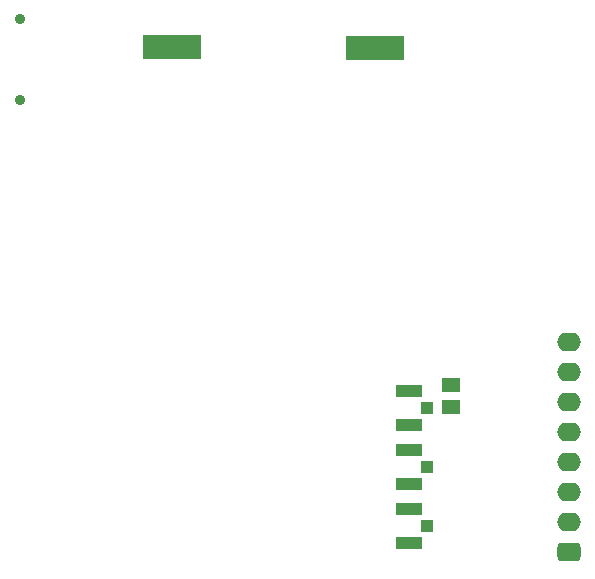
<source format=gbr>
G04*
G04 #@! TF.GenerationSoftware,Altium Limited,Altium Designer,25.8.1 (18)*
G04*
G04 Layer_Color=255*
%FSLAX25Y25*%
%MOIN*%
G70*
G04*
G04 #@! TF.SameCoordinates,A86E57CF-C6E6-4710-AEDF-4A901DF70E31*
G04*
G04*
G04 #@! TF.FilePolarity,Positive*
G04*
G01*
G75*
%ADD21R,0.06299X0.05118*%
%ADD25R,0.19685X0.07874*%
%ADD28R,0.08661X0.04134*%
%ADD39R,0.04134X0.03937*%
%ADD43R,0.19685X0.07874*%
%ADD59C,0.03543*%
%ADD71O,0.07874X0.06299*%
G04:AMPARAMS|DCode=72|XSize=62.99mil|YSize=78.74mil|CornerRadius=15.75mil|HoleSize=0mil|Usage=FLASHONLY|Rotation=90.000|XOffset=0mil|YOffset=0mil|HoleType=Round|Shape=RoundedRectangle|*
%AMROUNDEDRECTD72*
21,1,0.06299,0.04724,0,0,90.0*
21,1,0.03150,0.07874,0,0,90.0*
1,1,0.03150,0.02362,0.01575*
1,1,0.03150,0.02362,-0.01575*
1,1,0.03150,-0.02362,-0.01575*
1,1,0.03150,-0.02362,0.01575*
%
%ADD72ROUNDEDRECTD72*%
D21*
X151575Y70669D02*
D03*
Y63189D02*
D03*
D25*
X126390Y182852D02*
D03*
D28*
X137795Y49114D02*
D03*
Y37500D02*
D03*
Y57185D02*
D03*
Y68799D02*
D03*
Y17815D02*
D03*
Y29429D02*
D03*
D39*
X143799Y43307D02*
D03*
Y23622D02*
D03*
Y62992D02*
D03*
D43*
X58650Y183289D02*
D03*
D59*
X7874Y165748D02*
D03*
Y192520D02*
D03*
D71*
X190945Y84803D02*
D03*
Y24803D02*
D03*
Y74803D02*
D03*
Y64803D02*
D03*
Y44803D02*
D03*
Y54803D02*
D03*
Y34803D02*
D03*
D72*
Y14803D02*
D03*
M02*

</source>
